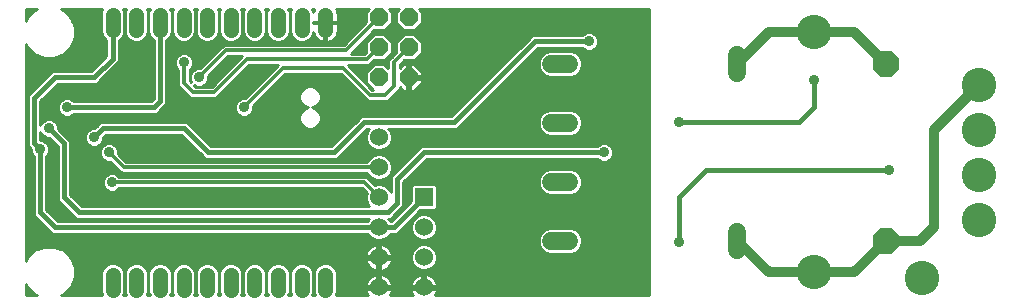
<source format=gbl>
G75*
%MOIN*%
%OFA0B0*%
%FSLAX24Y24*%
%IPPOS*%
%LPD*%
%AMOC8*
5,1,8,0,0,1.08239X$1,22.5*
%
%ADD10OC8,0.0600*%
%ADD11C,0.0515*%
%ADD12C,0.0600*%
%ADD13C,0.0600*%
%ADD14OC8,0.0850*%
%ADD15R,0.0600X0.0600*%
%ADD16C,0.1150*%
%ADD17C,0.0356*%
%ADD18C,0.0120*%
%ADD19C,0.0100*%
%ADD20C,0.0160*%
%ADD21C,0.0320*%
D10*
X012150Y011896D03*
X013150Y011896D03*
X013150Y012896D03*
X012150Y012896D03*
X012150Y013896D03*
X013150Y013896D03*
D11*
X010363Y013984D02*
X010363Y013469D01*
X009575Y013469D02*
X009575Y013984D01*
X008788Y013984D02*
X008788Y013469D01*
X008000Y013469D02*
X008000Y013984D01*
X007213Y013984D02*
X007213Y013469D01*
X006426Y013469D02*
X006426Y013984D01*
X005638Y013984D02*
X005638Y013469D01*
X004851Y013469D02*
X004851Y013984D01*
X004063Y013984D02*
X004063Y013469D01*
X003276Y013469D02*
X003276Y013984D01*
X003276Y005323D02*
X003276Y004808D01*
X004063Y004808D02*
X004063Y005323D01*
X004851Y005323D02*
X004851Y004808D01*
X005638Y004808D02*
X005638Y005323D01*
X006426Y005323D02*
X006426Y004808D01*
X007213Y004808D02*
X007213Y005323D01*
X008000Y005323D02*
X008000Y004808D01*
X008788Y004808D02*
X008788Y005323D01*
X009575Y005323D02*
X009575Y004808D01*
X010363Y004808D02*
X010363Y005323D01*
D12*
X012150Y004896D03*
X013650Y004896D03*
X013650Y005896D03*
X012150Y005896D03*
X012150Y006896D03*
X013650Y006896D03*
X012150Y007896D03*
X012150Y008896D03*
X012150Y009896D03*
D13*
X017900Y010386D02*
X018500Y010386D01*
X018500Y012346D02*
X017900Y012346D01*
X024100Y012046D02*
X024100Y012646D01*
X018500Y008406D02*
X017900Y008406D01*
X017900Y006446D02*
X018500Y006446D01*
X024100Y006146D02*
X024100Y006746D01*
D14*
X029050Y006446D03*
X029050Y012346D03*
D15*
X013650Y007896D03*
D16*
X026650Y005396D03*
X030250Y005196D03*
X032150Y007146D03*
X032150Y008646D03*
X032150Y010146D03*
X032150Y011646D03*
X026650Y013396D03*
D17*
X026650Y011796D03*
X022150Y010396D03*
X019650Y009396D03*
X015550Y008196D03*
X015150Y008296D03*
X014750Y008196D03*
X007950Y010196D03*
X007650Y010896D03*
X006150Y011896D03*
X005650Y012396D03*
X004350Y012896D03*
X001750Y010896D03*
X001150Y010196D03*
X002650Y009896D03*
X003150Y009396D03*
X004050Y009496D03*
X005150Y009496D03*
X003250Y008396D03*
X005150Y007896D03*
X000850Y009496D03*
X014350Y013596D03*
X019150Y013096D03*
X029150Y008796D03*
X022150Y006396D03*
D18*
X012150Y007896D02*
X011650Y008396D01*
X003250Y008396D01*
X003650Y008896D02*
X003150Y009396D01*
X003650Y008896D02*
X012150Y008896D01*
X008950Y012196D02*
X007650Y010896D01*
X006650Y011396D02*
X007750Y012496D01*
X011750Y012496D01*
X012150Y012896D01*
X012650Y012396D02*
X012650Y011596D01*
X012350Y011296D01*
X011850Y011296D01*
X010950Y012196D01*
X008950Y012196D01*
X007050Y012796D02*
X006150Y011896D01*
X005650Y011696D02*
X005950Y011396D01*
X006650Y011396D01*
X005650Y011696D02*
X005650Y012396D01*
X007050Y012796D02*
X011050Y012796D01*
X012150Y013896D01*
X013150Y012896D02*
X012650Y012396D01*
D19*
X000762Y004626D02*
X000380Y004626D01*
X000380Y005008D01*
X000421Y004909D01*
X000663Y004667D01*
X000762Y004626D01*
X000638Y004692D02*
X000380Y004692D01*
X000380Y004790D02*
X000540Y004790D01*
X000441Y004889D02*
X000380Y004889D01*
X000380Y004987D02*
X000389Y004987D01*
X001538Y004626D02*
X001637Y004667D01*
X001879Y004909D01*
X002010Y005225D01*
X002010Y005567D01*
X001879Y005883D01*
X001637Y006125D01*
X001321Y006256D01*
X000979Y006256D01*
X000663Y006125D01*
X000421Y005883D01*
X000380Y005784D01*
X000380Y013008D01*
X000421Y012909D01*
X000663Y012667D01*
X000979Y012536D01*
X001321Y012536D01*
X001637Y012667D01*
X001879Y012909D01*
X002010Y013225D01*
X002010Y013567D01*
X001879Y013883D01*
X001637Y014125D01*
X001538Y014166D01*
X002932Y014166D01*
X002889Y014061D01*
X002889Y013392D01*
X002947Y013250D01*
X003056Y013141D01*
X003066Y013137D01*
X003066Y012609D01*
X002563Y012106D01*
X001263Y012106D01*
X000563Y011406D01*
X000440Y011283D01*
X000440Y009609D01*
X000542Y009507D01*
X000542Y009435D01*
X000589Y009322D01*
X000640Y009270D01*
X000640Y007309D01*
X000763Y007186D01*
X001263Y006686D01*
X011772Y006686D01*
X011785Y006653D01*
X011906Y006532D01*
X012064Y006466D01*
X012236Y006466D01*
X012394Y006532D01*
X012515Y006653D01*
X012528Y006686D01*
X012737Y006686D01*
X013517Y007466D01*
X014004Y007466D01*
X014080Y007542D01*
X014080Y008250D01*
X014004Y008326D01*
X013296Y008326D01*
X013220Y008250D01*
X013220Y007763D01*
X012563Y007106D01*
X012528Y007106D01*
X012515Y007140D01*
X012468Y007186D01*
X012537Y007186D01*
X012660Y007309D01*
X012960Y007609D01*
X012960Y008409D01*
X013737Y009186D01*
X019424Y009186D01*
X019475Y009135D01*
X019589Y009088D01*
X019711Y009088D01*
X019825Y009135D01*
X019911Y009222D01*
X019958Y009335D01*
X019958Y009457D01*
X019911Y009571D01*
X019825Y009657D01*
X019711Y009704D01*
X019589Y009704D01*
X019475Y009657D01*
X019424Y009606D01*
X013563Y009606D01*
X012663Y008706D01*
X012540Y008583D01*
X012540Y008078D01*
X012515Y008140D01*
X012394Y008261D01*
X012236Y008326D01*
X012064Y008326D01*
X012011Y008304D01*
X011840Y008475D01*
X011729Y008586D01*
X003496Y008586D01*
X003425Y008657D01*
X003311Y008704D01*
X003189Y008704D01*
X003075Y008657D01*
X002989Y008571D01*
X002942Y008457D01*
X002942Y008335D01*
X002989Y008222D01*
X003075Y008135D01*
X003189Y008088D01*
X003311Y008088D01*
X003425Y008135D01*
X003496Y008206D01*
X011571Y008206D01*
X011742Y008035D01*
X011720Y007982D01*
X011720Y007811D01*
X011785Y007653D01*
X011832Y007606D01*
X002237Y007606D01*
X001860Y007983D01*
X001860Y009783D01*
X001458Y010185D01*
X001458Y010257D01*
X001411Y010371D01*
X001325Y010457D01*
X001211Y010504D01*
X001089Y010504D01*
X000975Y010457D01*
X000889Y010371D01*
X000860Y010301D01*
X000860Y011109D01*
X001437Y011686D01*
X002737Y011686D01*
X002860Y011809D01*
X002860Y011809D01*
X003363Y012312D01*
X003486Y012435D01*
X003486Y013137D01*
X003495Y013141D01*
X003604Y013250D01*
X003663Y013392D01*
X003663Y014061D01*
X003620Y014166D01*
X003719Y014166D01*
X003676Y014061D01*
X003676Y013392D01*
X003735Y013250D01*
X003844Y013141D01*
X003986Y013082D01*
X004140Y013082D01*
X004283Y013141D01*
X004392Y013250D01*
X004451Y013392D01*
X004451Y014061D01*
X004407Y014166D01*
X004507Y014166D01*
X004463Y014061D01*
X004463Y013392D01*
X004522Y013250D01*
X004631Y013141D01*
X004641Y013137D01*
X004641Y011184D01*
X004563Y011106D01*
X001976Y011106D01*
X001925Y011157D01*
X001811Y011204D01*
X001689Y011204D01*
X001575Y011157D01*
X001489Y011071D01*
X001442Y010957D01*
X001442Y010835D01*
X001489Y010722D01*
X001575Y010635D01*
X001689Y010588D01*
X001811Y010588D01*
X001925Y010635D01*
X001976Y010686D01*
X004737Y010686D01*
X004860Y010809D01*
X005061Y011010D01*
X005061Y013137D01*
X005070Y013141D01*
X005179Y013250D01*
X005238Y013392D01*
X005238Y014061D01*
X005195Y014166D01*
X005294Y014166D01*
X005251Y014061D01*
X005251Y013392D01*
X005310Y013250D01*
X005419Y013141D01*
X005561Y013082D01*
X005715Y013082D01*
X005858Y013141D01*
X005967Y013250D01*
X006026Y013392D01*
X006026Y014061D01*
X005982Y014166D01*
X006081Y014166D01*
X006038Y014061D01*
X006038Y013392D01*
X006097Y013250D01*
X006206Y013141D01*
X006349Y013082D01*
X006503Y013082D01*
X006645Y013141D01*
X006754Y013250D01*
X006813Y013392D01*
X006813Y014061D01*
X006770Y014166D01*
X006869Y014166D01*
X006826Y014061D01*
X006826Y013392D01*
X006885Y013250D01*
X006994Y013141D01*
X007136Y013082D01*
X007290Y013082D01*
X007432Y013141D01*
X007541Y013250D01*
X007600Y013392D01*
X007600Y014061D01*
X007557Y014166D01*
X007656Y014166D01*
X007613Y014061D01*
X007613Y013392D01*
X007672Y013250D01*
X007781Y013141D01*
X007923Y013082D01*
X008077Y013082D01*
X008220Y013141D01*
X008329Y013250D01*
X008388Y013392D01*
X008388Y014061D01*
X008344Y014166D01*
X008444Y014166D01*
X008400Y014061D01*
X008400Y013392D01*
X008459Y013250D01*
X008568Y013141D01*
X008711Y013082D01*
X008865Y013082D01*
X009007Y013141D01*
X009116Y013250D01*
X009175Y013392D01*
X009175Y014061D01*
X009132Y014166D01*
X009231Y014166D01*
X009188Y014061D01*
X009188Y013392D01*
X009247Y013250D01*
X009356Y013141D01*
X009498Y013082D01*
X009652Y013082D01*
X009795Y013141D01*
X009904Y013250D01*
X009962Y013392D01*
X009965Y013374D01*
X009985Y013313D01*
X010014Y013256D01*
X010052Y013204D01*
X010097Y013159D01*
X010149Y013121D01*
X010206Y013092D01*
X010267Y013072D01*
X010331Y013062D01*
X010334Y013062D01*
X010334Y013698D01*
X010391Y013698D01*
X010391Y013062D01*
X010395Y013062D01*
X010458Y013072D01*
X010519Y013092D01*
X010576Y013121D01*
X010628Y013159D01*
X010673Y013204D01*
X010711Y013256D01*
X010740Y013313D01*
X010760Y013374D01*
X010770Y013437D01*
X010770Y013698D01*
X010391Y013698D01*
X010391Y013756D01*
X010334Y013756D01*
X010334Y014166D01*
X010391Y014166D01*
X010391Y013756D01*
X010770Y013756D01*
X010770Y014016D01*
X010760Y014080D01*
X010740Y014141D01*
X010727Y014166D01*
X011812Y014166D01*
X011720Y014074D01*
X011720Y013735D01*
X010971Y012986D01*
X006971Y012986D01*
X006189Y012204D01*
X006089Y012204D01*
X005975Y012157D01*
X005889Y012071D01*
X005842Y011957D01*
X005842Y011835D01*
X005886Y011729D01*
X005840Y011775D01*
X005840Y012150D01*
X005911Y012222D01*
X005958Y012335D01*
X005958Y012457D01*
X005911Y012571D01*
X005825Y012657D01*
X005711Y012704D01*
X005589Y012704D01*
X005475Y012657D01*
X005389Y012571D01*
X005342Y012457D01*
X005342Y012335D01*
X005389Y012222D01*
X005460Y012150D01*
X005460Y011617D01*
X005760Y011317D01*
X005871Y011206D01*
X006729Y011206D01*
X007829Y012306D01*
X008791Y012306D01*
X007689Y011204D01*
X007589Y011204D01*
X007475Y011157D01*
X007389Y011071D01*
X007342Y010957D01*
X007342Y010835D01*
X007389Y010722D01*
X007475Y010635D01*
X007589Y010588D01*
X007711Y010588D01*
X007825Y010635D01*
X007911Y010722D01*
X007958Y010835D01*
X007958Y010936D01*
X009029Y012006D01*
X010871Y012006D01*
X011771Y011106D01*
X012429Y011106D01*
X012540Y011217D01*
X012840Y011517D01*
X012840Y011570D01*
X012964Y011446D01*
X013100Y011446D01*
X013100Y011846D01*
X013200Y011846D01*
X013200Y011446D01*
X013336Y011446D01*
X013600Y011710D01*
X013600Y011846D01*
X013200Y011846D01*
X013200Y011946D01*
X013600Y011946D01*
X013600Y012083D01*
X013336Y012346D01*
X013200Y012346D01*
X013200Y011946D01*
X013100Y011946D01*
X013100Y012346D01*
X012964Y012346D01*
X012840Y012223D01*
X012840Y012317D01*
X012989Y012466D01*
X013328Y012466D01*
X013580Y012718D01*
X013580Y013074D01*
X013328Y013326D01*
X012972Y013326D01*
X012720Y013074D01*
X012720Y012735D01*
X012571Y012586D01*
X012460Y012475D01*
X012460Y012194D01*
X012328Y012326D01*
X011972Y012326D01*
X011720Y012074D01*
X011720Y011718D01*
X011952Y011486D01*
X011929Y011486D01*
X011140Y012275D01*
X011109Y012306D01*
X011829Y012306D01*
X011989Y012466D01*
X012328Y012466D01*
X012580Y012718D01*
X012580Y013074D01*
X012328Y013326D01*
X011972Y013326D01*
X011720Y013074D01*
X011720Y012735D01*
X011671Y012686D01*
X011209Y012686D01*
X011240Y012717D01*
X011989Y013466D01*
X012328Y013466D01*
X012580Y013718D01*
X012580Y014074D01*
X012488Y014166D01*
X012812Y014166D01*
X012720Y014074D01*
X012720Y013718D01*
X012972Y013466D01*
X013328Y013466D01*
X013580Y013718D01*
X013580Y014074D01*
X013488Y014166D01*
X021150Y014166D01*
X021150Y004626D01*
X014010Y004626D01*
X014035Y004660D01*
X014067Y004723D01*
X014089Y004791D01*
X014098Y004846D01*
X013700Y004846D01*
X013700Y004946D01*
X014098Y004946D01*
X014089Y005002D01*
X014067Y005069D01*
X014035Y005132D01*
X013993Y005189D01*
X013943Y005239D01*
X013886Y005281D01*
X013823Y005313D01*
X013755Y005335D01*
X013700Y005344D01*
X013700Y004946D01*
X013600Y004946D01*
X013600Y004846D01*
X013202Y004846D01*
X013211Y004791D01*
X013233Y004723D01*
X013265Y004660D01*
X013290Y004626D01*
X012510Y004626D01*
X012535Y004660D01*
X012567Y004723D01*
X012589Y004791D01*
X012598Y004846D01*
X012200Y004846D01*
X012200Y004946D01*
X012598Y004946D01*
X012589Y005002D01*
X012567Y005069D01*
X012535Y005132D01*
X012493Y005189D01*
X012443Y005239D01*
X012386Y005281D01*
X012323Y005313D01*
X012255Y005335D01*
X012200Y005344D01*
X012200Y004946D01*
X012100Y004946D01*
X012100Y004846D01*
X011702Y004846D01*
X011711Y004791D01*
X011733Y004723D01*
X011765Y004660D01*
X011790Y004626D01*
X010707Y004626D01*
X010750Y004731D01*
X010750Y005400D01*
X010691Y005542D01*
X010582Y005651D01*
X010440Y005710D01*
X010286Y005710D01*
X010143Y005651D01*
X010034Y005542D01*
X009975Y005400D01*
X009975Y004731D01*
X010019Y004626D01*
X009919Y004626D01*
X009963Y004731D01*
X009963Y005400D01*
X009904Y005542D01*
X009795Y005651D01*
X009652Y005710D01*
X009498Y005710D01*
X009356Y005651D01*
X009247Y005542D01*
X009188Y005400D01*
X009188Y004731D01*
X009231Y004626D01*
X009132Y004626D01*
X009175Y004731D01*
X009175Y005400D01*
X009116Y005542D01*
X009007Y005651D01*
X008865Y005710D01*
X008711Y005710D01*
X008568Y005651D01*
X008459Y005542D01*
X008400Y005400D01*
X008400Y004731D01*
X008444Y004626D01*
X008344Y004626D01*
X008388Y004731D01*
X008388Y005400D01*
X008329Y005542D01*
X008220Y005651D01*
X008077Y005710D01*
X007923Y005710D01*
X007781Y005651D01*
X007672Y005542D01*
X007613Y005400D01*
X007613Y004731D01*
X007656Y004626D01*
X007557Y004626D01*
X007600Y004731D01*
X007600Y005400D01*
X007541Y005542D01*
X007432Y005651D01*
X007290Y005710D01*
X007136Y005710D01*
X006994Y005651D01*
X006885Y005542D01*
X006826Y005400D01*
X006826Y004731D01*
X006869Y004626D01*
X006770Y004626D01*
X006813Y004731D01*
X006813Y005400D01*
X006754Y005542D01*
X006645Y005651D01*
X006503Y005710D01*
X006349Y005710D01*
X006206Y005651D01*
X006097Y005542D01*
X006038Y005400D01*
X006038Y004731D01*
X006081Y004626D01*
X005982Y004626D01*
X006026Y004731D01*
X006026Y005400D01*
X005967Y005542D01*
X005858Y005651D01*
X005715Y005710D01*
X005561Y005710D01*
X005419Y005651D01*
X005310Y005542D01*
X005251Y005400D01*
X005251Y004731D01*
X005294Y004626D01*
X005195Y004626D01*
X005238Y004731D01*
X005238Y005400D01*
X005179Y005542D01*
X005070Y005651D01*
X004928Y005710D01*
X004774Y005710D01*
X004631Y005651D01*
X004522Y005542D01*
X004463Y005400D01*
X004463Y004731D01*
X004507Y004626D01*
X004407Y004626D01*
X004451Y004731D01*
X004451Y005400D01*
X004392Y005542D01*
X004283Y005651D01*
X004140Y005710D01*
X003986Y005710D01*
X003844Y005651D01*
X003735Y005542D01*
X003676Y005400D01*
X003676Y004731D01*
X003719Y004626D01*
X003620Y004626D01*
X003663Y004731D01*
X003663Y005400D01*
X003604Y005542D01*
X003495Y005651D01*
X003353Y005710D01*
X003199Y005710D01*
X003056Y005651D01*
X002947Y005542D01*
X002889Y005400D01*
X002889Y004731D01*
X002932Y004626D01*
X001538Y004626D01*
X001662Y004692D02*
X002905Y004692D01*
X002889Y004790D02*
X001760Y004790D01*
X001859Y004889D02*
X002889Y004889D01*
X002889Y004987D02*
X001911Y004987D01*
X001952Y005086D02*
X002889Y005086D01*
X002889Y005184D02*
X001993Y005184D01*
X002010Y005283D02*
X002889Y005283D01*
X002889Y005381D02*
X002010Y005381D01*
X002010Y005480D02*
X002921Y005480D01*
X002983Y005578D02*
X002005Y005578D01*
X001965Y005677D02*
X003117Y005677D01*
X003435Y005677D02*
X003905Y005677D01*
X003771Y005578D02*
X003569Y005578D01*
X003630Y005480D02*
X003709Y005480D01*
X003676Y005381D02*
X003663Y005381D01*
X003663Y005283D02*
X003676Y005283D01*
X003663Y005184D02*
X003676Y005184D01*
X003663Y005086D02*
X003676Y005086D01*
X003663Y004987D02*
X003676Y004987D01*
X003663Y004889D02*
X003676Y004889D01*
X003663Y004790D02*
X003676Y004790D01*
X003692Y004692D02*
X003647Y004692D01*
X004435Y004692D02*
X004480Y004692D01*
X004463Y004790D02*
X004451Y004790D01*
X004451Y004889D02*
X004463Y004889D01*
X004451Y004987D02*
X004463Y004987D01*
X004451Y005086D02*
X004463Y005086D01*
X004451Y005184D02*
X004463Y005184D01*
X004451Y005283D02*
X004463Y005283D01*
X004451Y005381D02*
X004463Y005381D01*
X004496Y005480D02*
X004418Y005480D01*
X004356Y005578D02*
X004558Y005578D01*
X004692Y005677D02*
X004222Y005677D01*
X005009Y005677D02*
X005480Y005677D01*
X005345Y005578D02*
X005144Y005578D01*
X005205Y005480D02*
X005284Y005480D01*
X005251Y005381D02*
X005238Y005381D01*
X005238Y005283D02*
X005251Y005283D01*
X005238Y005184D02*
X005251Y005184D01*
X005238Y005086D02*
X005251Y005086D01*
X005238Y004987D02*
X005251Y004987D01*
X005238Y004889D02*
X005251Y004889D01*
X005238Y004790D02*
X005251Y004790D01*
X005267Y004692D02*
X005222Y004692D01*
X006009Y004692D02*
X006054Y004692D01*
X006038Y004790D02*
X006026Y004790D01*
X006026Y004889D02*
X006038Y004889D01*
X006026Y004987D02*
X006038Y004987D01*
X006026Y005086D02*
X006038Y005086D01*
X006026Y005184D02*
X006038Y005184D01*
X006026Y005283D02*
X006038Y005283D01*
X006026Y005381D02*
X006038Y005381D01*
X006071Y005480D02*
X005993Y005480D01*
X005931Y005578D02*
X006133Y005578D01*
X006267Y005677D02*
X005797Y005677D01*
X006584Y005677D02*
X007054Y005677D01*
X006920Y005578D02*
X006718Y005578D01*
X006780Y005480D02*
X006859Y005480D01*
X006826Y005381D02*
X006813Y005381D01*
X006813Y005283D02*
X006826Y005283D01*
X006813Y005184D02*
X006826Y005184D01*
X006813Y005086D02*
X006826Y005086D01*
X006813Y004987D02*
X006826Y004987D01*
X006813Y004889D02*
X006826Y004889D01*
X006813Y004790D02*
X006826Y004790D01*
X006842Y004692D02*
X006797Y004692D01*
X007584Y004692D02*
X007629Y004692D01*
X007613Y004790D02*
X007600Y004790D01*
X007600Y004889D02*
X007613Y004889D01*
X007600Y004987D02*
X007613Y004987D01*
X007600Y005086D02*
X007613Y005086D01*
X007600Y005184D02*
X007613Y005184D01*
X007600Y005283D02*
X007613Y005283D01*
X007600Y005381D02*
X007613Y005381D01*
X007646Y005480D02*
X007567Y005480D01*
X007506Y005578D02*
X007708Y005578D01*
X007842Y005677D02*
X007372Y005677D01*
X008159Y005677D02*
X008629Y005677D01*
X008495Y005578D02*
X008293Y005578D01*
X008355Y005480D02*
X008433Y005480D01*
X008400Y005381D02*
X008388Y005381D01*
X008388Y005283D02*
X008400Y005283D01*
X008388Y005184D02*
X008400Y005184D01*
X008388Y005086D02*
X008400Y005086D01*
X008388Y004987D02*
X008400Y004987D01*
X008388Y004889D02*
X008400Y004889D01*
X008388Y004790D02*
X008400Y004790D01*
X008417Y004692D02*
X008372Y004692D01*
X009159Y004692D02*
X009204Y004692D01*
X009188Y004790D02*
X009175Y004790D01*
X009175Y004889D02*
X009188Y004889D01*
X009175Y004987D02*
X009188Y004987D01*
X009175Y005086D02*
X009188Y005086D01*
X009175Y005184D02*
X009188Y005184D01*
X009175Y005283D02*
X009188Y005283D01*
X009175Y005381D02*
X009188Y005381D01*
X009221Y005480D02*
X009142Y005480D01*
X009081Y005578D02*
X009282Y005578D01*
X009417Y005677D02*
X008946Y005677D01*
X009734Y005677D02*
X010204Y005677D01*
X010070Y005578D02*
X009868Y005578D01*
X009930Y005480D02*
X010008Y005480D01*
X009975Y005381D02*
X009963Y005381D01*
X009963Y005283D02*
X009975Y005283D01*
X009963Y005184D02*
X009975Y005184D01*
X009963Y005086D02*
X009975Y005086D01*
X009963Y004987D02*
X009975Y004987D01*
X009963Y004889D02*
X009975Y004889D01*
X009963Y004790D02*
X009975Y004790D01*
X009991Y004692D02*
X009946Y004692D01*
X010734Y004692D02*
X011749Y004692D01*
X011711Y004790D02*
X010750Y004790D01*
X010750Y004889D02*
X012100Y004889D01*
X012100Y004946D02*
X011702Y004946D01*
X011711Y005002D01*
X011733Y005069D01*
X011765Y005132D01*
X011807Y005189D01*
X011857Y005239D01*
X011914Y005281D01*
X011977Y005313D01*
X012045Y005335D01*
X012100Y005344D01*
X012100Y004946D01*
X012100Y004987D02*
X012200Y004987D01*
X012200Y004889D02*
X013600Y004889D01*
X013600Y004946D02*
X013202Y004946D01*
X013211Y005002D01*
X013233Y005069D01*
X013265Y005132D01*
X013307Y005189D01*
X013357Y005239D01*
X013414Y005281D01*
X013477Y005313D01*
X013545Y005335D01*
X013600Y005344D01*
X013600Y004946D01*
X013600Y004987D02*
X013700Y004987D01*
X013700Y004889D02*
X021150Y004889D01*
X021150Y004987D02*
X014091Y004987D01*
X014058Y005086D02*
X021150Y005086D01*
X021150Y005184D02*
X013997Y005184D01*
X013883Y005283D02*
X021150Y005283D01*
X021150Y005381D02*
X010750Y005381D01*
X010750Y005283D02*
X011917Y005283D01*
X011803Y005184D02*
X010750Y005184D01*
X010750Y005086D02*
X011742Y005086D01*
X011709Y004987D02*
X010750Y004987D01*
X010717Y005480D02*
X011976Y005480D01*
X011977Y005479D02*
X012045Y005457D01*
X012100Y005448D01*
X012100Y005846D01*
X012200Y005846D01*
X012200Y005448D01*
X012255Y005457D01*
X012323Y005479D01*
X012386Y005511D01*
X012443Y005553D01*
X012493Y005603D01*
X012535Y005660D01*
X012567Y005723D01*
X012589Y005791D01*
X012598Y005846D01*
X012200Y005846D01*
X012200Y005946D01*
X012598Y005946D01*
X012589Y006002D01*
X012567Y006069D01*
X012535Y006132D01*
X012493Y006189D01*
X012443Y006239D01*
X012386Y006281D01*
X012323Y006313D01*
X012255Y006335D01*
X012200Y006344D01*
X012200Y005946D01*
X012100Y005946D01*
X012100Y005846D01*
X011702Y005846D01*
X011711Y005791D01*
X011733Y005723D01*
X011765Y005660D01*
X011807Y005603D01*
X011857Y005553D01*
X011914Y005511D01*
X011977Y005479D01*
X012100Y005480D02*
X012200Y005480D01*
X012200Y005578D02*
X012100Y005578D01*
X012100Y005677D02*
X012200Y005677D01*
X012200Y005775D02*
X012100Y005775D01*
X012100Y005874D02*
X001883Y005874D01*
X001924Y005775D02*
X011716Y005775D01*
X011757Y005677D02*
X010521Y005677D01*
X010655Y005578D02*
X011832Y005578D01*
X012100Y005283D02*
X012200Y005283D01*
X012200Y005184D02*
X012100Y005184D01*
X012100Y005086D02*
X012200Y005086D01*
X012383Y005283D02*
X013417Y005283D01*
X013303Y005184D02*
X012497Y005184D01*
X012558Y005086D02*
X013242Y005086D01*
X013209Y004987D02*
X012591Y004987D01*
X012589Y004790D02*
X013211Y004790D01*
X013249Y004692D02*
X012551Y004692D01*
X013600Y005086D02*
X013700Y005086D01*
X013700Y005184D02*
X013600Y005184D01*
X013600Y005283D02*
X013700Y005283D01*
X013736Y005466D02*
X013564Y005466D01*
X013406Y005532D01*
X013285Y005653D01*
X013220Y005811D01*
X013220Y005982D01*
X013285Y006140D01*
X013406Y006261D01*
X013564Y006326D01*
X013736Y006326D01*
X013894Y006261D01*
X014015Y006140D01*
X014080Y005982D01*
X014080Y005811D01*
X014015Y005653D01*
X013894Y005532D01*
X013736Y005466D01*
X013768Y005480D02*
X021150Y005480D01*
X021150Y005578D02*
X013940Y005578D01*
X014025Y005677D02*
X021150Y005677D01*
X021150Y005775D02*
X014065Y005775D01*
X014080Y005874D02*
X021150Y005874D01*
X021150Y005972D02*
X014080Y005972D01*
X014043Y006071D02*
X017683Y006071D01*
X017656Y006082D02*
X017814Y006016D01*
X018586Y006016D01*
X018744Y006082D01*
X018865Y006203D01*
X018930Y006361D01*
X018930Y006532D01*
X018865Y006690D01*
X018744Y006811D01*
X018586Y006876D01*
X017814Y006876D01*
X017656Y006811D01*
X017535Y006690D01*
X017470Y006532D01*
X017470Y006361D01*
X017535Y006203D01*
X017656Y006082D01*
X017569Y006169D02*
X013985Y006169D01*
X013877Y006268D02*
X017509Y006268D01*
X017470Y006366D02*
X000380Y006366D01*
X000380Y006268D02*
X011896Y006268D01*
X011914Y006281D02*
X011857Y006239D01*
X011807Y006189D01*
X011765Y006132D01*
X011733Y006069D01*
X011711Y006002D01*
X011702Y005946D01*
X012100Y005946D01*
X012100Y006344D01*
X012045Y006335D01*
X011977Y006313D01*
X011914Y006281D01*
X011792Y006169D02*
X001531Y006169D01*
X001692Y006071D02*
X011734Y006071D01*
X011706Y005972D02*
X001790Y005972D01*
X000769Y006169D02*
X000380Y006169D01*
X000380Y006071D02*
X000608Y006071D01*
X000510Y005972D02*
X000380Y005972D01*
X000380Y005874D02*
X000417Y005874D01*
X000380Y006465D02*
X017470Y006465D01*
X017483Y006563D02*
X013925Y006563D01*
X013894Y006532D02*
X014015Y006653D01*
X014080Y006811D01*
X014080Y006982D01*
X014015Y007140D01*
X013894Y007261D01*
X013736Y007326D01*
X013564Y007326D01*
X013406Y007261D01*
X013285Y007140D01*
X013220Y006982D01*
X013220Y006811D01*
X013285Y006653D01*
X013406Y006532D01*
X013564Y006466D01*
X013736Y006466D01*
X013894Y006532D01*
X014018Y006662D02*
X017524Y006662D01*
X017606Y006760D02*
X014059Y006760D01*
X014080Y006859D02*
X017772Y006859D01*
X018628Y006859D02*
X021150Y006859D01*
X021150Y006957D02*
X014080Y006957D01*
X014049Y007056D02*
X021150Y007056D01*
X021150Y007154D02*
X014000Y007154D01*
X013902Y007253D02*
X021150Y007253D01*
X021150Y007351D02*
X013402Y007351D01*
X013398Y007253D02*
X013303Y007253D01*
X013300Y007154D02*
X013205Y007154D01*
X013251Y007056D02*
X013106Y007056D01*
X013008Y006957D02*
X013220Y006957D01*
X013220Y006859D02*
X012909Y006859D01*
X012811Y006760D02*
X013241Y006760D01*
X013282Y006662D02*
X012518Y006662D01*
X012425Y006563D02*
X013375Y006563D01*
X013423Y006268D02*
X012404Y006268D01*
X012508Y006169D02*
X013315Y006169D01*
X013257Y006071D02*
X012566Y006071D01*
X012594Y005972D02*
X013220Y005972D01*
X013220Y005874D02*
X012200Y005874D01*
X012200Y005972D02*
X012100Y005972D01*
X012100Y006071D02*
X012200Y006071D01*
X012200Y006169D02*
X012100Y006169D01*
X012100Y006268D02*
X012200Y006268D01*
X011875Y006563D02*
X000380Y006563D01*
X000380Y006662D02*
X011782Y006662D01*
X011772Y007106D02*
X001437Y007106D01*
X001060Y007483D01*
X001060Y009270D01*
X001111Y009322D01*
X001158Y009435D01*
X001158Y009557D01*
X001111Y009671D01*
X001025Y009757D01*
X000911Y009804D01*
X000860Y009804D01*
X000860Y010091D01*
X000889Y010022D01*
X000975Y009935D01*
X001089Y009888D01*
X001161Y009888D01*
X001440Y009609D01*
X001440Y007809D01*
X001563Y007686D01*
X002063Y007186D01*
X011832Y007186D01*
X011785Y007140D01*
X011772Y007106D01*
X011800Y007154D02*
X001389Y007154D01*
X001290Y007253D02*
X001997Y007253D01*
X001898Y007351D02*
X001192Y007351D01*
X001093Y007450D02*
X001800Y007450D01*
X001701Y007548D02*
X001060Y007548D01*
X001060Y007647D02*
X001603Y007647D01*
X001504Y007745D02*
X001060Y007745D01*
X001060Y007844D02*
X001440Y007844D01*
X001440Y007942D02*
X001060Y007942D01*
X001060Y008041D02*
X001440Y008041D01*
X001440Y008139D02*
X001060Y008139D01*
X001060Y008238D02*
X001440Y008238D01*
X001440Y008336D02*
X001060Y008336D01*
X001060Y008435D02*
X001440Y008435D01*
X001440Y008533D02*
X001060Y008533D01*
X001060Y008632D02*
X001440Y008632D01*
X001440Y008730D02*
X001060Y008730D01*
X001060Y008829D02*
X001440Y008829D01*
X001440Y008927D02*
X001060Y008927D01*
X001060Y009026D02*
X001440Y009026D01*
X001440Y009124D02*
X001060Y009124D01*
X001060Y009223D02*
X001440Y009223D01*
X001440Y009321D02*
X001111Y009321D01*
X001152Y009420D02*
X001440Y009420D01*
X001440Y009518D02*
X001158Y009518D01*
X001134Y009617D02*
X001433Y009617D01*
X001334Y009715D02*
X001067Y009715D01*
X001236Y009814D02*
X000860Y009814D01*
X000860Y009912D02*
X001030Y009912D01*
X000900Y010011D02*
X000860Y010011D01*
X000440Y010011D02*
X000380Y010011D01*
X000380Y010109D02*
X000440Y010109D01*
X000440Y010208D02*
X000380Y010208D01*
X000380Y010306D02*
X000440Y010306D01*
X000440Y010405D02*
X000380Y010405D01*
X000380Y010503D02*
X000440Y010503D01*
X000440Y010602D02*
X000380Y010602D01*
X000380Y010700D02*
X000440Y010700D01*
X000440Y010799D02*
X000380Y010799D01*
X000380Y010897D02*
X000440Y010897D01*
X000440Y010996D02*
X000380Y010996D01*
X000380Y011094D02*
X000440Y011094D01*
X000440Y011193D02*
X000380Y011193D01*
X000380Y011291D02*
X000448Y011291D01*
X000380Y011390D02*
X000547Y011390D01*
X000645Y011488D02*
X000380Y011488D01*
X000380Y011587D02*
X000744Y011587D01*
X000842Y011685D02*
X000380Y011685D01*
X000380Y011784D02*
X000941Y011784D01*
X001039Y011882D02*
X000380Y011882D01*
X000380Y011981D02*
X001138Y011981D01*
X001236Y012079D02*
X000380Y012079D01*
X000380Y012178D02*
X002635Y012178D01*
X002733Y012276D02*
X000380Y012276D01*
X000380Y012375D02*
X002832Y012375D01*
X002930Y012473D02*
X000380Y012473D01*
X000380Y012572D02*
X000893Y012572D01*
X000660Y012670D02*
X000380Y012670D01*
X000380Y012769D02*
X000561Y012769D01*
X000463Y012867D02*
X000380Y012867D01*
X000380Y012966D02*
X000398Y012966D01*
X001407Y012572D02*
X003029Y012572D01*
X003066Y012670D02*
X001640Y012670D01*
X001739Y012769D02*
X003066Y012769D01*
X003066Y012867D02*
X001837Y012867D01*
X001902Y012966D02*
X003066Y012966D01*
X003066Y013064D02*
X001943Y013064D01*
X001984Y013163D02*
X003035Y013163D01*
X002943Y013261D02*
X002010Y013261D01*
X002010Y013360D02*
X002902Y013360D01*
X002889Y013458D02*
X002010Y013458D01*
X002010Y013557D02*
X002889Y013557D01*
X002889Y013655D02*
X001973Y013655D01*
X001933Y013754D02*
X002889Y013754D01*
X002889Y013852D02*
X001892Y013852D01*
X001812Y013951D02*
X002889Y013951D01*
X002889Y014049D02*
X001713Y014049D01*
X001583Y014148D02*
X002924Y014148D01*
X003628Y014148D02*
X003712Y014148D01*
X003676Y014049D02*
X003663Y014049D01*
X003663Y013951D02*
X003676Y013951D01*
X003663Y013852D02*
X003676Y013852D01*
X003663Y013754D02*
X003676Y013754D01*
X003663Y013655D02*
X003676Y013655D01*
X003663Y013557D02*
X003676Y013557D01*
X003663Y013458D02*
X003676Y013458D01*
X003689Y013360D02*
X003650Y013360D01*
X003609Y013261D02*
X003730Y013261D01*
X003822Y013163D02*
X003517Y013163D01*
X003486Y013064D02*
X004641Y013064D01*
X004641Y012966D02*
X003486Y012966D01*
X003486Y012867D02*
X004641Y012867D01*
X004641Y012769D02*
X003486Y012769D01*
X003486Y012670D02*
X004641Y012670D01*
X004641Y012572D02*
X003486Y012572D01*
X003486Y012473D02*
X004641Y012473D01*
X004641Y012375D02*
X003426Y012375D01*
X003363Y012312D02*
X003363Y012312D01*
X003327Y012276D02*
X004641Y012276D01*
X004641Y012178D02*
X003229Y012178D01*
X003130Y012079D02*
X004641Y012079D01*
X004641Y011981D02*
X003032Y011981D01*
X002933Y011882D02*
X004641Y011882D01*
X004641Y011784D02*
X002835Y011784D01*
X001839Y011193D02*
X004641Y011193D01*
X004641Y011291D02*
X001042Y011291D01*
X000944Y011193D02*
X001661Y011193D01*
X001512Y011094D02*
X000860Y011094D01*
X000860Y010996D02*
X001458Y010996D01*
X001442Y010897D02*
X000860Y010897D01*
X000860Y010799D02*
X001457Y010799D01*
X001510Y010700D02*
X000860Y010700D01*
X000860Y010602D02*
X001656Y010602D01*
X001844Y010602D02*
X007556Y010602D01*
X007410Y010700D02*
X004751Y010700D01*
X004850Y010799D02*
X007357Y010799D01*
X007342Y010897D02*
X004948Y010897D01*
X005047Y010996D02*
X007358Y010996D01*
X007412Y011094D02*
X005061Y011094D01*
X005061Y011193D02*
X007561Y011193D01*
X007776Y011291D02*
X006814Y011291D01*
X006912Y011390D02*
X007875Y011390D01*
X007973Y011488D02*
X007011Y011488D01*
X007109Y011587D02*
X008072Y011587D01*
X008170Y011685D02*
X007208Y011685D01*
X007306Y011784D02*
X008269Y011784D01*
X008367Y011882D02*
X007405Y011882D01*
X007503Y011981D02*
X008466Y011981D01*
X008564Y012079D02*
X007602Y012079D01*
X007700Y012178D02*
X008663Y012178D01*
X008761Y012276D02*
X007799Y012276D01*
X007557Y012572D02*
X007094Y012572D01*
X007129Y012606D02*
X006458Y011936D01*
X006458Y011835D01*
X006411Y011722D01*
X006325Y011635D01*
X006211Y011588D01*
X006089Y011588D01*
X005983Y011632D01*
X006029Y011586D01*
X006571Y011586D01*
X007560Y012575D01*
X007591Y012606D01*
X007129Y012606D01*
X006996Y012473D02*
X007458Y012473D01*
X007360Y012375D02*
X006897Y012375D01*
X006799Y012276D02*
X007261Y012276D01*
X007163Y012178D02*
X006700Y012178D01*
X006602Y012079D02*
X007064Y012079D01*
X006966Y011981D02*
X006503Y011981D01*
X006458Y011882D02*
X006867Y011882D01*
X006769Y011784D02*
X006437Y011784D01*
X006375Y011685D02*
X006670Y011685D01*
X006572Y011587D02*
X006028Y011587D01*
X005863Y011784D02*
X005840Y011784D01*
X005840Y011882D02*
X005842Y011882D01*
X005840Y011981D02*
X005852Y011981D01*
X005840Y012079D02*
X005897Y012079D01*
X005867Y012178D02*
X006025Y012178D01*
X005934Y012276D02*
X006261Y012276D01*
X006360Y012375D02*
X005958Y012375D01*
X005952Y012473D02*
X006458Y012473D01*
X006557Y012572D02*
X005910Y012572D01*
X005794Y012670D02*
X006655Y012670D01*
X006754Y012769D02*
X005061Y012769D01*
X005061Y012867D02*
X006852Y012867D01*
X006951Y012966D02*
X005061Y012966D01*
X005061Y013064D02*
X010316Y013064D01*
X010334Y013064D02*
X010391Y013064D01*
X010409Y013064D02*
X011049Y013064D01*
X011148Y013163D02*
X010632Y013163D01*
X010714Y013261D02*
X011246Y013261D01*
X011345Y013360D02*
X010755Y013360D01*
X010770Y013458D02*
X011443Y013458D01*
X011542Y013557D02*
X010770Y013557D01*
X010770Y013655D02*
X011640Y013655D01*
X011720Y013754D02*
X010391Y013754D01*
X010334Y013754D02*
X009963Y013754D01*
X009963Y013756D02*
X010334Y013756D01*
X010334Y013698D01*
X009963Y013698D01*
X009963Y013756D01*
X010334Y013852D02*
X010391Y013852D01*
X010391Y013951D02*
X010334Y013951D01*
X010334Y014049D02*
X010391Y014049D01*
X010391Y014148D02*
X010334Y014148D01*
X009998Y014166D02*
X009919Y014166D01*
X009962Y014062D01*
X009965Y014080D01*
X009985Y014141D01*
X009998Y014166D01*
X009988Y014148D02*
X009927Y014148D01*
X009223Y014148D02*
X009140Y014148D01*
X009175Y014049D02*
X009188Y014049D01*
X009175Y013951D02*
X009188Y013951D01*
X009175Y013852D02*
X009188Y013852D01*
X009175Y013754D02*
X009188Y013754D01*
X009175Y013655D02*
X009188Y013655D01*
X009175Y013557D02*
X009188Y013557D01*
X009175Y013458D02*
X009188Y013458D01*
X009201Y013360D02*
X009162Y013360D01*
X009121Y013261D02*
X009242Y013261D01*
X009334Y013163D02*
X009029Y013163D01*
X008547Y013163D02*
X008242Y013163D01*
X008334Y013261D02*
X008455Y013261D01*
X008414Y013360D02*
X008374Y013360D01*
X008388Y013458D02*
X008400Y013458D01*
X008388Y013557D02*
X008400Y013557D01*
X008388Y013655D02*
X008400Y013655D01*
X008388Y013754D02*
X008400Y013754D01*
X008388Y013852D02*
X008400Y013852D01*
X008388Y013951D02*
X008400Y013951D01*
X008388Y014049D02*
X008400Y014049D01*
X008436Y014148D02*
X008352Y014148D01*
X007649Y014148D02*
X007565Y014148D01*
X007600Y014049D02*
X007613Y014049D01*
X007600Y013951D02*
X007613Y013951D01*
X007600Y013852D02*
X007613Y013852D01*
X007600Y013754D02*
X007613Y013754D01*
X007600Y013655D02*
X007613Y013655D01*
X007600Y013557D02*
X007613Y013557D01*
X007600Y013458D02*
X007613Y013458D01*
X007626Y013360D02*
X007587Y013360D01*
X007546Y013261D02*
X007667Y013261D01*
X007759Y013163D02*
X007454Y013163D01*
X006972Y013163D02*
X006667Y013163D01*
X006759Y013261D02*
X006880Y013261D01*
X006839Y013360D02*
X006800Y013360D01*
X006813Y013458D02*
X006826Y013458D01*
X006813Y013557D02*
X006826Y013557D01*
X006813Y013655D02*
X006826Y013655D01*
X006813Y013754D02*
X006826Y013754D01*
X006813Y013852D02*
X006826Y013852D01*
X006813Y013951D02*
X006826Y013951D01*
X006813Y014049D02*
X006826Y014049D01*
X006861Y014148D02*
X006777Y014148D01*
X006074Y014148D02*
X005990Y014148D01*
X006026Y014049D02*
X006038Y014049D01*
X006026Y013951D02*
X006038Y013951D01*
X006026Y013852D02*
X006038Y013852D01*
X006026Y013754D02*
X006038Y013754D01*
X006026Y013655D02*
X006038Y013655D01*
X006026Y013557D02*
X006038Y013557D01*
X006026Y013458D02*
X006038Y013458D01*
X006052Y013360D02*
X006012Y013360D01*
X005971Y013261D02*
X006092Y013261D01*
X006184Y013163D02*
X005879Y013163D01*
X005397Y013163D02*
X005092Y013163D01*
X005184Y013261D02*
X005305Y013261D01*
X005264Y013360D02*
X005225Y013360D01*
X005238Y013458D02*
X005251Y013458D01*
X005238Y013557D02*
X005251Y013557D01*
X005238Y013655D02*
X005251Y013655D01*
X005238Y013754D02*
X005251Y013754D01*
X005238Y013852D02*
X005251Y013852D01*
X005238Y013951D02*
X005251Y013951D01*
X005238Y014049D02*
X005251Y014049D01*
X005286Y014148D02*
X005203Y014148D01*
X004499Y014148D02*
X004415Y014148D01*
X004451Y014049D02*
X004463Y014049D01*
X004451Y013951D02*
X004463Y013951D01*
X004451Y013852D02*
X004463Y013852D01*
X004451Y013754D02*
X004463Y013754D01*
X004451Y013655D02*
X004463Y013655D01*
X004451Y013557D02*
X004463Y013557D01*
X004451Y013458D02*
X004463Y013458D01*
X004477Y013360D02*
X004437Y013360D01*
X004397Y013261D02*
X004518Y013261D01*
X004610Y013163D02*
X004305Y013163D01*
X005061Y012670D02*
X005506Y012670D01*
X005390Y012572D02*
X005061Y012572D01*
X005061Y012473D02*
X005348Y012473D01*
X005342Y012375D02*
X005061Y012375D01*
X005061Y012276D02*
X005366Y012276D01*
X005433Y012178D02*
X005061Y012178D01*
X005061Y012079D02*
X005460Y012079D01*
X005460Y011981D02*
X005061Y011981D01*
X005061Y011882D02*
X005460Y011882D01*
X005460Y011784D02*
X005061Y011784D01*
X005061Y011685D02*
X005460Y011685D01*
X005491Y011587D02*
X005061Y011587D01*
X005061Y011488D02*
X005589Y011488D01*
X005688Y011390D02*
X005061Y011390D01*
X005061Y011291D02*
X005786Y011291D01*
X004641Y011390D02*
X001141Y011390D01*
X001239Y011488D02*
X004641Y011488D01*
X004641Y011587D02*
X001338Y011587D01*
X001436Y011685D02*
X004641Y011685D01*
X005737Y010406D02*
X002863Y010406D01*
X002740Y010283D01*
X002661Y010204D01*
X002589Y010204D01*
X002475Y010157D01*
X002389Y010071D01*
X002342Y009957D01*
X002342Y009835D01*
X002389Y009722D01*
X002475Y009635D01*
X002589Y009588D01*
X002711Y009588D01*
X002825Y009635D01*
X002911Y009722D01*
X002958Y009835D01*
X002958Y009907D01*
X003037Y009986D01*
X005563Y009986D01*
X006240Y009309D01*
X006363Y009186D01*
X010737Y009186D01*
X011737Y010186D01*
X011832Y010186D01*
X011785Y010140D01*
X011720Y009982D01*
X011720Y009811D01*
X011785Y009653D01*
X011906Y009532D01*
X012064Y009466D01*
X012236Y009466D01*
X012394Y009532D01*
X012515Y009653D01*
X012580Y009811D01*
X012580Y009982D01*
X012515Y010140D01*
X012468Y010186D01*
X014737Y010186D01*
X017437Y012886D01*
X018924Y012886D01*
X018975Y012835D01*
X019089Y012788D01*
X019211Y012788D01*
X019325Y012835D01*
X019411Y012922D01*
X019458Y013035D01*
X019458Y013157D01*
X019411Y013271D01*
X019325Y013357D01*
X019211Y013404D01*
X019089Y013404D01*
X018975Y013357D01*
X018924Y013306D01*
X017263Y013306D01*
X017140Y013183D01*
X014563Y010606D01*
X011563Y010606D01*
X011440Y010483D01*
X010563Y009606D01*
X006537Y009606D01*
X005737Y010406D01*
X005738Y010405D02*
X009519Y010405D01*
X009492Y010471D02*
X009547Y010339D01*
X009647Y010238D01*
X009779Y010184D01*
X009921Y010184D01*
X010053Y010238D01*
X010153Y010339D01*
X010208Y010471D01*
X010208Y010613D01*
X010153Y010745D01*
X010053Y010845D01*
X009930Y010896D01*
X010053Y010947D01*
X010153Y011048D01*
X010208Y011179D01*
X010208Y011322D01*
X010153Y011453D01*
X010053Y011554D01*
X009921Y011608D01*
X009779Y011608D01*
X009647Y011554D01*
X009547Y011453D01*
X009492Y011322D01*
X009492Y011179D01*
X009547Y011048D01*
X009647Y010947D01*
X009770Y010896D01*
X009647Y010845D01*
X009547Y010745D01*
X009492Y010613D01*
X009492Y010471D01*
X009492Y010503D02*
X001214Y010503D01*
X001086Y010503D02*
X000860Y010503D01*
X000860Y010405D02*
X000923Y010405D01*
X000862Y010306D02*
X000860Y010306D01*
X001377Y010405D02*
X002862Y010405D01*
X002763Y010306D02*
X001438Y010306D01*
X001458Y010208D02*
X002665Y010208D01*
X002740Y010283D02*
X002740Y010283D01*
X002427Y010109D02*
X001534Y010109D01*
X001632Y010011D02*
X002364Y010011D01*
X002342Y009912D02*
X001731Y009912D01*
X001829Y009814D02*
X002351Y009814D01*
X002395Y009715D02*
X001860Y009715D01*
X001860Y009617D02*
X002520Y009617D01*
X002780Y009617D02*
X002935Y009617D01*
X002975Y009657D02*
X002889Y009571D01*
X002842Y009457D01*
X002842Y009335D01*
X002889Y009222D01*
X002975Y009135D01*
X003089Y009088D01*
X003189Y009088D01*
X003571Y008706D01*
X011763Y008706D01*
X011785Y008653D01*
X011906Y008532D01*
X012064Y008466D01*
X012236Y008466D01*
X012394Y008532D01*
X012515Y008653D01*
X012580Y008811D01*
X012580Y008982D01*
X012515Y009140D01*
X012394Y009261D01*
X012236Y009326D01*
X012064Y009326D01*
X011906Y009261D01*
X011785Y009140D01*
X011763Y009086D01*
X003729Y009086D01*
X003458Y009357D01*
X003458Y009457D01*
X003411Y009571D01*
X003325Y009657D01*
X003211Y009704D01*
X003089Y009704D01*
X002975Y009657D01*
X002905Y009715D02*
X005834Y009715D01*
X005933Y009617D02*
X003365Y009617D01*
X003433Y009518D02*
X006031Y009518D01*
X006130Y009420D02*
X003458Y009420D01*
X003494Y009321D02*
X006228Y009321D01*
X006327Y009223D02*
X003592Y009223D01*
X003691Y009124D02*
X011779Y009124D01*
X011868Y009223D02*
X010773Y009223D01*
X010872Y009321D02*
X012052Y009321D01*
X012248Y009321D02*
X013278Y009321D01*
X013180Y009223D02*
X012432Y009223D01*
X012521Y009124D02*
X013081Y009124D01*
X012983Y009026D02*
X012562Y009026D01*
X012580Y008927D02*
X012884Y008927D01*
X012786Y008829D02*
X012580Y008829D01*
X012547Y008730D02*
X012687Y008730D01*
X012589Y008632D02*
X012494Y008632D01*
X012540Y008533D02*
X012395Y008533D01*
X012540Y008435D02*
X011880Y008435D01*
X011905Y008533D02*
X011782Y008533D01*
X011806Y008632D02*
X003450Y008632D01*
X003547Y008730D02*
X001860Y008730D01*
X001860Y008632D02*
X003050Y008632D01*
X002973Y008533D02*
X001860Y008533D01*
X001860Y008435D02*
X002942Y008435D01*
X002942Y008336D02*
X001860Y008336D01*
X001860Y008238D02*
X002982Y008238D01*
X003071Y008139D02*
X001860Y008139D01*
X001860Y008041D02*
X011737Y008041D01*
X011720Y007942D02*
X001901Y007942D01*
X001999Y007844D02*
X011720Y007844D01*
X011747Y007745D02*
X002098Y007745D01*
X002196Y007647D02*
X011791Y007647D01*
X011638Y008139D02*
X003429Y008139D01*
X003449Y008829D02*
X001860Y008829D01*
X001860Y008927D02*
X003350Y008927D01*
X003252Y009026D02*
X001860Y009026D01*
X001860Y009124D02*
X003002Y009124D01*
X002888Y009223D02*
X001860Y009223D01*
X001860Y009321D02*
X002848Y009321D01*
X002842Y009420D02*
X001860Y009420D01*
X001860Y009518D02*
X002867Y009518D01*
X002949Y009814D02*
X005736Y009814D01*
X005637Y009912D02*
X002963Y009912D01*
X000640Y009223D02*
X000380Y009223D01*
X000380Y009321D02*
X000589Y009321D01*
X000548Y009420D02*
X000380Y009420D01*
X000380Y009518D02*
X000531Y009518D01*
X000440Y009617D02*
X000380Y009617D01*
X000380Y009715D02*
X000440Y009715D01*
X000440Y009814D02*
X000380Y009814D01*
X000380Y009912D02*
X000440Y009912D01*
X000380Y009124D02*
X000640Y009124D01*
X000640Y009026D02*
X000380Y009026D01*
X000380Y008927D02*
X000640Y008927D01*
X000640Y008829D02*
X000380Y008829D01*
X000380Y008730D02*
X000640Y008730D01*
X000640Y008632D02*
X000380Y008632D01*
X000380Y008533D02*
X000640Y008533D01*
X000640Y008435D02*
X000380Y008435D01*
X000380Y008336D02*
X000640Y008336D01*
X000640Y008238D02*
X000380Y008238D01*
X000380Y008139D02*
X000640Y008139D01*
X000640Y008041D02*
X000380Y008041D01*
X000380Y007942D02*
X000640Y007942D01*
X000640Y007844D02*
X000380Y007844D01*
X000380Y007745D02*
X000640Y007745D01*
X000640Y007647D02*
X000380Y007647D01*
X000380Y007548D02*
X000640Y007548D01*
X000640Y007450D02*
X000380Y007450D01*
X000380Y007351D02*
X000640Y007351D01*
X000697Y007253D02*
X000380Y007253D01*
X000380Y007154D02*
X000795Y007154D01*
X000894Y007056D02*
X000380Y007056D01*
X000380Y006957D02*
X000992Y006957D01*
X001091Y006859D02*
X000380Y006859D01*
X000380Y006760D02*
X001189Y006760D01*
X006526Y009617D02*
X010574Y009617D01*
X010672Y009715D02*
X006428Y009715D01*
X006329Y009814D02*
X010771Y009814D01*
X010869Y009912D02*
X006231Y009912D01*
X006132Y010011D02*
X010968Y010011D01*
X011066Y010109D02*
X006034Y010109D01*
X005935Y010208D02*
X009721Y010208D01*
X009579Y010306D02*
X005837Y010306D01*
X007744Y010602D02*
X009492Y010602D01*
X009528Y010700D02*
X007890Y010700D01*
X007943Y010799D02*
X009601Y010799D01*
X009768Y010897D02*
X007958Y010897D01*
X008018Y010996D02*
X009599Y010996D01*
X009527Y011094D02*
X008117Y011094D01*
X008215Y011193D02*
X009492Y011193D01*
X009492Y011291D02*
X008314Y011291D01*
X008412Y011390D02*
X009520Y011390D01*
X009581Y011488D02*
X008511Y011488D01*
X008609Y011587D02*
X009726Y011587D01*
X009974Y011587D02*
X011291Y011587D01*
X011192Y011685D02*
X008708Y011685D01*
X008806Y011784D02*
X011094Y011784D01*
X010995Y011882D02*
X008905Y011882D01*
X009003Y011981D02*
X010897Y011981D01*
X011336Y012079D02*
X011725Y012079D01*
X011720Y011981D02*
X011434Y011981D01*
X011533Y011882D02*
X011720Y011882D01*
X011720Y011784D02*
X011631Y011784D01*
X011730Y011685D02*
X011753Y011685D01*
X011828Y011587D02*
X011851Y011587D01*
X011927Y011488D02*
X011950Y011488D01*
X012614Y011291D02*
X015248Y011291D01*
X015150Y011193D02*
X012515Y011193D01*
X012712Y011390D02*
X015347Y011390D01*
X015445Y011488D02*
X013378Y011488D01*
X013477Y011587D02*
X015544Y011587D01*
X015642Y011685D02*
X013575Y011685D01*
X013600Y011784D02*
X015741Y011784D01*
X015839Y011882D02*
X013200Y011882D01*
X013200Y011784D02*
X013100Y011784D01*
X013100Y011685D02*
X013200Y011685D01*
X013200Y011587D02*
X013100Y011587D01*
X013100Y011488D02*
X013200Y011488D01*
X012922Y011488D02*
X012811Y011488D01*
X013100Y011981D02*
X013200Y011981D01*
X013200Y012079D02*
X013100Y012079D01*
X013100Y012178D02*
X013200Y012178D01*
X013200Y012276D02*
X013100Y012276D01*
X012894Y012276D02*
X012840Y012276D01*
X012897Y012375D02*
X016332Y012375D01*
X016430Y012473D02*
X013335Y012473D01*
X013434Y012572D02*
X016529Y012572D01*
X016627Y012670D02*
X013532Y012670D01*
X013580Y012769D02*
X016726Y012769D01*
X016824Y012867D02*
X013580Y012867D01*
X013580Y012966D02*
X016923Y012966D01*
X017021Y013064D02*
X013580Y013064D01*
X013492Y013163D02*
X017120Y013163D01*
X017218Y013261D02*
X013393Y013261D01*
X013419Y013557D02*
X021150Y013557D01*
X021150Y013655D02*
X013517Y013655D01*
X013580Y013754D02*
X021150Y013754D01*
X021150Y013852D02*
X013580Y013852D01*
X013580Y013951D02*
X021150Y013951D01*
X021150Y014049D02*
X013580Y014049D01*
X013507Y014148D02*
X021150Y014148D01*
X021150Y013458D02*
X011981Y013458D01*
X011882Y013360D02*
X018981Y013360D01*
X019319Y013360D02*
X021150Y013360D01*
X021150Y013261D02*
X019415Y013261D01*
X019456Y013163D02*
X021150Y013163D01*
X021150Y013064D02*
X019458Y013064D01*
X019429Y012966D02*
X021150Y012966D01*
X021150Y012867D02*
X019357Y012867D01*
X018943Y012867D02*
X017418Y012867D01*
X017320Y012769D02*
X017796Y012769D01*
X017814Y012776D02*
X017656Y012711D01*
X017535Y012590D01*
X017470Y012432D01*
X017470Y012261D01*
X017535Y012103D01*
X017656Y011982D01*
X017814Y011916D01*
X018586Y011916D01*
X018744Y011982D01*
X018865Y012103D01*
X018930Y012261D01*
X018930Y012432D01*
X018865Y012590D01*
X018744Y012711D01*
X018586Y012776D01*
X017814Y012776D01*
X017616Y012670D02*
X017221Y012670D01*
X017123Y012572D02*
X017528Y012572D01*
X017487Y012473D02*
X017024Y012473D01*
X016926Y012375D02*
X017470Y012375D01*
X017470Y012276D02*
X016827Y012276D01*
X016729Y012178D02*
X017504Y012178D01*
X017559Y012079D02*
X016630Y012079D01*
X016532Y011981D02*
X017659Y011981D01*
X018741Y011981D02*
X021150Y011981D01*
X021150Y012079D02*
X018841Y012079D01*
X018896Y012178D02*
X021150Y012178D01*
X021150Y012276D02*
X018930Y012276D01*
X018930Y012375D02*
X021150Y012375D01*
X021150Y012473D02*
X018913Y012473D01*
X018872Y012572D02*
X021150Y012572D01*
X021150Y012670D02*
X018784Y012670D01*
X018604Y012769D02*
X021150Y012769D01*
X021150Y011882D02*
X016433Y011882D01*
X016335Y011784D02*
X021150Y011784D01*
X021150Y011685D02*
X016236Y011685D01*
X016138Y011587D02*
X021150Y011587D01*
X021150Y011488D02*
X016039Y011488D01*
X015941Y011390D02*
X021150Y011390D01*
X021150Y011291D02*
X015842Y011291D01*
X015744Y011193D02*
X021150Y011193D01*
X021150Y011094D02*
X015645Y011094D01*
X015547Y010996D02*
X021150Y010996D01*
X021150Y010897D02*
X015448Y010897D01*
X015350Y010799D02*
X017772Y010799D01*
X017814Y010816D02*
X017656Y010751D01*
X017535Y010630D01*
X017470Y010472D01*
X017470Y010301D01*
X017535Y010143D01*
X017656Y010022D01*
X017814Y009956D01*
X018586Y009956D01*
X018744Y010022D01*
X018865Y010143D01*
X018930Y010301D01*
X018930Y010472D01*
X018865Y010630D01*
X018744Y010751D01*
X018586Y010816D01*
X017814Y010816D01*
X017606Y010700D02*
X015251Y010700D01*
X015153Y010602D02*
X017524Y010602D01*
X017483Y010503D02*
X015054Y010503D01*
X014955Y010405D02*
X017470Y010405D01*
X017470Y010306D02*
X014857Y010306D01*
X014758Y010208D02*
X017509Y010208D01*
X017569Y010109D02*
X012527Y010109D01*
X012568Y010011D02*
X017683Y010011D01*
X018717Y010011D02*
X021150Y010011D01*
X021150Y010109D02*
X018831Y010109D01*
X018891Y010208D02*
X021150Y010208D01*
X021150Y010306D02*
X018930Y010306D01*
X018930Y010405D02*
X021150Y010405D01*
X021150Y010503D02*
X018917Y010503D01*
X018876Y010602D02*
X021150Y010602D01*
X021150Y010700D02*
X018794Y010700D01*
X018628Y010799D02*
X021150Y010799D01*
X021150Y009912D02*
X012580Y009912D01*
X012580Y009814D02*
X021150Y009814D01*
X021150Y009715D02*
X012540Y009715D01*
X012479Y009617D02*
X019435Y009617D01*
X019865Y009617D02*
X021150Y009617D01*
X021150Y009518D02*
X019933Y009518D01*
X019958Y009420D02*
X021150Y009420D01*
X021150Y009321D02*
X019952Y009321D01*
X019912Y009223D02*
X021150Y009223D01*
X021150Y009124D02*
X019798Y009124D01*
X019502Y009124D02*
X013675Y009124D01*
X013576Y009026D02*
X021150Y009026D01*
X021150Y008927D02*
X013478Y008927D01*
X013379Y008829D02*
X017796Y008829D01*
X017814Y008836D02*
X017656Y008771D01*
X017535Y008650D01*
X017470Y008492D01*
X017470Y008321D01*
X017535Y008163D01*
X017656Y008042D01*
X017814Y007976D01*
X018586Y007976D01*
X018744Y008042D01*
X018865Y008163D01*
X018930Y008321D01*
X018930Y008492D01*
X018865Y008650D01*
X018744Y008771D01*
X018586Y008836D01*
X017814Y008836D01*
X017616Y008730D02*
X013281Y008730D01*
X013182Y008632D02*
X017528Y008632D01*
X017487Y008533D02*
X013084Y008533D01*
X012985Y008435D02*
X017470Y008435D01*
X017470Y008336D02*
X012960Y008336D01*
X012960Y008238D02*
X013220Y008238D01*
X013220Y008139D02*
X012960Y008139D01*
X012960Y008041D02*
X013220Y008041D01*
X013220Y007942D02*
X012960Y007942D01*
X012960Y007844D02*
X013220Y007844D01*
X013202Y007745D02*
X012960Y007745D01*
X012960Y007647D02*
X013104Y007647D01*
X013005Y007548D02*
X012899Y007548D01*
X012907Y007450D02*
X012800Y007450D01*
X012808Y007351D02*
X012702Y007351D01*
X012710Y007253D02*
X012603Y007253D01*
X012611Y007154D02*
X012500Y007154D01*
X013500Y007450D02*
X021150Y007450D01*
X021150Y007548D02*
X014080Y007548D01*
X014080Y007647D02*
X021150Y007647D01*
X021150Y007745D02*
X014080Y007745D01*
X014080Y007844D02*
X021150Y007844D01*
X021150Y007942D02*
X014080Y007942D01*
X014080Y008041D02*
X017659Y008041D01*
X017559Y008139D02*
X014080Y008139D01*
X014080Y008238D02*
X017504Y008238D01*
X018604Y008829D02*
X021150Y008829D01*
X021150Y008730D02*
X018784Y008730D01*
X018872Y008632D02*
X021150Y008632D01*
X021150Y008533D02*
X018913Y008533D01*
X018930Y008435D02*
X021150Y008435D01*
X021150Y008336D02*
X018930Y008336D01*
X018896Y008238D02*
X021150Y008238D01*
X021150Y008139D02*
X018841Y008139D01*
X018741Y008041D02*
X021150Y008041D01*
X021150Y006760D02*
X018794Y006760D01*
X018876Y006662D02*
X021150Y006662D01*
X021150Y006563D02*
X018917Y006563D01*
X018930Y006465D02*
X021150Y006465D01*
X021150Y006366D02*
X018930Y006366D01*
X018891Y006268D02*
X021150Y006268D01*
X021150Y006169D02*
X018831Y006169D01*
X018717Y006071D02*
X021150Y006071D01*
X021150Y004790D02*
X014089Y004790D01*
X014051Y004692D02*
X021150Y004692D01*
X013532Y005480D02*
X012324Y005480D01*
X012468Y005578D02*
X013360Y005578D01*
X013275Y005677D02*
X012543Y005677D01*
X012584Y005775D02*
X013235Y005775D01*
X012540Y008139D02*
X012515Y008139D01*
X012540Y008238D02*
X012417Y008238D01*
X012540Y008336D02*
X011979Y008336D01*
X011939Y009518D02*
X011069Y009518D01*
X010970Y009420D02*
X013377Y009420D01*
X013475Y009518D02*
X012361Y009518D01*
X011821Y009617D02*
X011167Y009617D01*
X011266Y009715D02*
X011760Y009715D01*
X011720Y009814D02*
X011364Y009814D01*
X011463Y009912D02*
X011720Y009912D01*
X011732Y010011D02*
X011561Y010011D01*
X011660Y010109D02*
X011773Y010109D01*
X011263Y010306D02*
X010121Y010306D01*
X010181Y010405D02*
X011362Y010405D01*
X011460Y010503D02*
X010208Y010503D01*
X010208Y010602D02*
X011559Y010602D01*
X011165Y010208D02*
X009979Y010208D01*
X010172Y010700D02*
X014657Y010700D01*
X014756Y010799D02*
X010099Y010799D01*
X009932Y010897D02*
X014854Y010897D01*
X014953Y010996D02*
X010101Y010996D01*
X010173Y011094D02*
X015051Y011094D01*
X015938Y011981D02*
X013600Y011981D01*
X013600Y012079D02*
X016036Y012079D01*
X016135Y012178D02*
X013505Y012178D01*
X013406Y012276D02*
X016233Y012276D01*
X012907Y013261D02*
X012393Y013261D01*
X012492Y013163D02*
X012808Y013163D01*
X012720Y013064D02*
X012580Y013064D01*
X012580Y012966D02*
X012720Y012966D01*
X012720Y012867D02*
X012580Y012867D01*
X012580Y012769D02*
X012720Y012769D01*
X012655Y012670D02*
X012532Y012670D01*
X012557Y012572D02*
X012434Y012572D01*
X012460Y012473D02*
X012335Y012473D01*
X012460Y012375D02*
X011897Y012375D01*
X011922Y012276D02*
X011139Y012276D01*
X011237Y012178D02*
X011823Y012178D01*
X012378Y012276D02*
X012460Y012276D01*
X011720Y012769D02*
X011291Y012769D01*
X011390Y012867D02*
X011720Y012867D01*
X011720Y012966D02*
X011488Y012966D01*
X011587Y013064D02*
X011720Y013064D01*
X011685Y013163D02*
X011808Y013163D01*
X011784Y013261D02*
X011907Y013261D01*
X012419Y013557D02*
X012881Y013557D01*
X012783Y013655D02*
X012517Y013655D01*
X012580Y013754D02*
X012720Y013754D01*
X012720Y013852D02*
X012580Y013852D01*
X012580Y013951D02*
X012720Y013951D01*
X012720Y014049D02*
X012580Y014049D01*
X012507Y014148D02*
X012793Y014148D01*
X011793Y014148D02*
X010737Y014148D01*
X010765Y014049D02*
X011720Y014049D01*
X011720Y013951D02*
X010770Y013951D01*
X010770Y013852D02*
X011720Y013852D01*
X010391Y013655D02*
X010334Y013655D01*
X010334Y013557D02*
X010391Y013557D01*
X010391Y013458D02*
X010334Y013458D01*
X010334Y013360D02*
X010391Y013360D01*
X010391Y013261D02*
X010334Y013261D01*
X010334Y013163D02*
X010391Y013163D01*
X010093Y013163D02*
X009816Y013163D01*
X009908Y013261D02*
X010011Y013261D01*
X009970Y013360D02*
X009949Y013360D01*
X010119Y011488D02*
X011389Y011488D01*
X011488Y011390D02*
X010180Y011390D01*
X010208Y011291D02*
X011586Y011291D01*
X011685Y011193D02*
X010208Y011193D01*
X000762Y014166D02*
X000663Y014125D01*
X000421Y013883D01*
X000380Y013784D01*
X000380Y014166D01*
X000762Y014166D01*
X000717Y014148D02*
X000380Y014148D01*
X000380Y014049D02*
X000587Y014049D01*
X000488Y013951D02*
X000380Y013951D01*
X000380Y013852D02*
X000408Y013852D01*
D20*
X003276Y013727D02*
X003276Y012522D01*
X002650Y011896D01*
X001350Y011896D01*
X000650Y011196D01*
X000650Y009696D01*
X000850Y009496D01*
X000850Y007396D01*
X001350Y006896D01*
X012150Y006896D01*
X012650Y006896D01*
X013650Y007896D01*
X012750Y007696D02*
X012450Y007396D01*
X002150Y007396D01*
X001650Y007896D01*
X001650Y009696D01*
X001150Y010196D01*
X001750Y010896D02*
X004650Y010896D01*
X004851Y011097D01*
X004851Y013727D01*
X010650Y009396D02*
X011650Y010396D01*
X014650Y010396D01*
X017350Y013096D01*
X019150Y013096D01*
X022150Y010396D02*
X026150Y010396D01*
X026650Y010896D01*
X026650Y011796D01*
X029150Y008796D02*
X023050Y008796D01*
X022150Y007896D01*
X022150Y006396D01*
X019650Y009396D02*
X013650Y009396D01*
X012750Y008496D01*
X012750Y007696D01*
X010650Y009396D02*
X006450Y009396D01*
X005650Y010196D01*
X002950Y010196D01*
X002650Y009896D01*
D21*
X024100Y012346D02*
X025150Y013396D01*
X026650Y013396D01*
X028000Y013396D01*
X029050Y012346D01*
X030650Y010146D02*
X032150Y011646D01*
X030650Y010146D02*
X030650Y006896D01*
X030200Y006446D01*
X029050Y006446D01*
X028000Y005396D01*
X026650Y005396D01*
X025150Y005396D01*
X024100Y006446D01*
M02*

</source>
